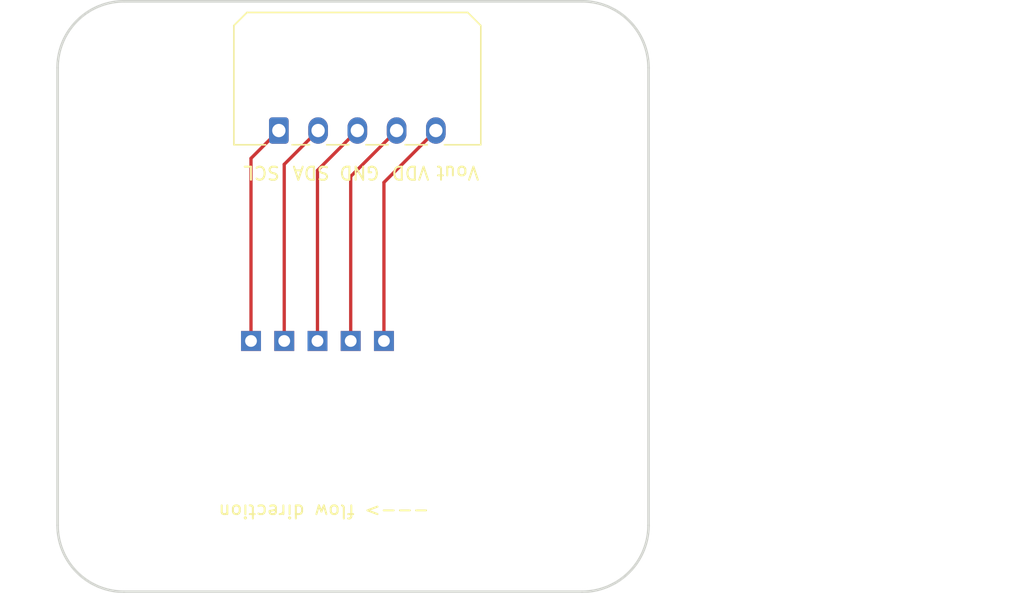
<source format=kicad_pcb>
(kicad_pcb (version 20221018) (generator pcbnew)
  (layers (0 "F.Cu" signal) (31 "B.Cu" signal) (34 "B.Paste" user) (35 "F.Paste" user) (36 "B.SilkS" user "B.Silkscreen") (37 "F.SilkS" user "F.Silkscreen") (38 "B.Mask" user) (39 "F.Mask" user) (44 "Edge.Cuts" user))
  (net 0 "")
  (footprint "PFLOW2001:PFLOW" (layer "F.Cu") (at 141.22 103.5 180)
    (fp_text reference "REF**" hide)
    (fp_text value "PFLOW" hide)
    (pad "" np_thru_hole circle (at 3.86 -10.9 180) (size 2.2 2.2) (drill 2.2) (layers "F&B.Cu" "*.Mask"))
    (pad "" np_thru_hole circle (at 17.86 -10.9 180) (size 2.2 2.2) (drill 2.2) (layers "F&B.Cu" "*.Mask"))
    (pad "1" thru_hole rect (at 7.62 -3.2 180) (size 1.524 1.524) (drill 0.9) (layers "*.Cu" "*.Mask"))
    (pad "2" thru_hole rect (at 10.16 -3.2 180) (size 1.524 1.524) (drill 0.9) (layers "*.Cu" "*.Mask"))
    (pad "3" thru_hole rect (at 12.7 -3.2 180) (size 1.524 1.524) (drill 0.9) (layers "*.Cu" "*.Mask"))
    (pad "4" thru_hole rect (at 15.24 -3.2 180) (size 1.524 1.524) (drill 0.9) (layers "*.Cu" "*.Mask"))
    (pad "5" thru_hole rect (at 17.78 -3.2 180) (size 1.524 1.524) (drill 0.9) (layers "*.Cu" "*.Mask"))
  )
  (footprint "MountingHole:MountingHole_3.2mm_M3" (layer "F.Cu") (at 113.74 120.8)
    (fp_text reference "REF**" hide)
    (fp_text value "MountingHole_3.2mm_M3")
    (pad "" np_thru_hole circle (at 0 0) (size 3.2 3.2) (drill 3.2) (layers "F&B.Cu" "*.Mask"))
  )
  (footprint "MountingHole:MountingHole_3.2mm_M3" (layer "F.Cu") (at 148.74 120.8)
    (fp_text reference "REF**" hide)
    (fp_text value "MountingHole_3.2mm_M3")
    (pad "" np_thru_hole circle (at 0 0) (size 3.2 3.2) (drill 3.2) (layers "*.Cu" "*.Mask"))
  )
  (footprint "MountingHole:MountingHole_3.2mm_M3" (layer "F.Cu") (at 113.74 85.8)
    (fp_text reference "REF**" hide)
    (fp_text value "MountingHole_3.2mm_M3")
    (pad "" np_thru_hole circle (at 0 0) (size 3.2 3.2) (drill 3.2) (layers "*.Cu" "*.Mask"))
  )
  (footprint "MountingHole:MountingHole_3.2mm_M3" (layer "F.Cu") (at 148.74 85.8)
    (fp_text reference "REF**" hide)
    (fp_text value "MountingHole_3.2mm_M3")
    (pad "" np_thru_hole circle (at 0 0) (size 3.2 3.2) (drill 3.2) (layers "F&B.Cu" "*.Mask"))
  )
  (footprint "Connector_Molex:Molex_Micro-Fit_3.0_43650-0500_1x05_P3.00mm_Horizontal" (layer "F.Cu") (at 125.568 90.604)
    (fp_text reference "REF**" hide)
    (fp_text value "Molex_Micro-Fit_3.0_43650-0500_1x05_P3.00mm_Horizontal" hide)
    (fp_line (start -3.435 -8.03) (end -2.435 -9.03) (stroke (width 0.12)) (layer "F.SilkS"))
    (fp_line (start -3.435 1.09) (end -3.435 -8.03) (stroke (width 0.12)) (layer "F.SilkS"))
    (fp_line (start -3.435 1.09) (end -1.01 1.09) (stroke (width 0.12)) (layer "F.SilkS"))
    (fp_line (start -2.435 -9.03) (end 14.435 -9.03) (stroke (width 0.12)) (layer "F.SilkS"))
    (fp_line (start 1.01 1.09) (end 2.348233 1.09) (stroke (width 0.12)) (layer "F.SilkS"))
    (fp_line (start 3.651767 1.09) (end 5.348233 1.09) (stroke (width 0.12)) (layer "F.SilkS"))
    (fp_line (start 6.651767 1.09) (end 8.348233 1.09) (stroke (width 0.12)) (layer "F.SilkS"))
    (fp_line (start 9.651767 1.09) (end 11.348233 1.09) (stroke (width 0.12)) (layer "F.SilkS"))
    (fp_line (start 14.435 -9.03) (end 15.435 -8.03) (stroke (width 0.12)) (layer "F.SilkS"))
    (fp_line (start 15.435 -8.03) (end 15.435 1.09) (stroke (width 0.12)) (layer "F.SilkS"))
    (fp_line (start 15.435 1.09) (end 12.651767 1.09) (stroke (width 0.12)) (layer "F.SilkS"))
    (pad "" np_thru_hole circle (at 2.15 -4.32) (size 3 3) (drill 3) (layers "*.Cu" "*.Mask"))
    (pad "" np_thru_hole circle (at 9.85 -4.32) (size 3 3) (drill 3) (layers "*.Cu" "*.Mask"))
    (pad "1" thru_hole roundrect (at 0 0) (size 1.5 2.02) (drill 1.02) (layers "*.Cu" "*.Mask") (roundrect_rratio 0.1666673333))
    (pad "2" thru_hole oval (at 3 0) (size 1.5 2.02) (drill 1.02) (layers "*.Cu" "*.Mask"))
    (pad "3" thru_hole oval (at 6 0) (size 1.5 2.02) (drill 1.02) (layers "*.Cu" "*.Mask"))
    (pad "4" thru_hole oval (at 9 0) (size 1.5 2.02) (drill 1.02) (layers "*.Cu" "*.Mask"))
    (pad "5" thru_hole oval (at 12 0) (size 1.5 2.02) (drill 1.02) (layers "*.Cu" "*.Mask"))
  )
  (gr_line (start 113.74 125.88) (end 148.74 125.88) (stroke (width 0.2)) (layer "Edge.Cuts"))
  (gr_line (start 153.82 120.8) (end 153.82 85.8) (stroke (width 0.2)) (layer "Edge.Cuts"))
  (gr_line (start 108.66 85.8) (end 108.66 120.8) (stroke (width 0.2)) (layer "Edge.Cuts"))
  (gr_arc (start 108.66 85.8) (mid 110.147898 82.207898) (end 113.74 80.72) (stroke (width 0.2)) (layer "Edge.Cuts"))
  (gr_line (start 148.74 80.72) (end 113.74 80.72) (stroke (width 0.2)) (layer "Edge.Cuts"))
  (gr_arc (start 113.74 125.88) (mid 110.147898 124.392102) (end 108.66 120.8) (stroke (width 0.2)) (layer "Edge.Cuts"))
  (gr_arc (start 153.82 120.8) (mid 152.332102 124.392102) (end 148.74 125.88) (stroke (width 0.2)) (layer "Edge.Cuts"))
  (gr_arc (start 148.74 80.72) (mid 152.332102 82.207898) (end 153.82 85.8) (stroke (width 0.2)) (layer "Edge.Cuts"))
  (gr_text "---> flow direction" (at 137.156 119.146 180) (layer "F.SilkS") (effects (font (size 1 1)) (justify left bottom)))
  (gr_text "Vout" (at 140.966 93.238 180) (layer "F.SilkS") (effects (font (size 1 1)) (justify left bottom)))
  (gr_text "SCL" (at 125.726 93.238 180) (layer "F.SilkS") (effects (font (size 1 1)) (justify left bottom)))
  (gr_text "VDD" (at 137.156 93.238 180) (layer "F.SilkS") (effects (font (size 1 1)) (justify left bottom)))
  (gr_text "GND" (at 133.346 93.238 180) (layer "F.SilkS") (effects (font (size 1 1)) (justify left bottom)))
  (gr_text "SDA" (at 129.536 93.238 180) (layer "F.SilkS") (effects (font (size 1 1)) (justify left bottom)))
  (segment (start 123.44 106.7) (end 123.44 92.732) (width 0.25) (layer "F.Cu") (net 0))
  (segment (start 131.06 94.112) (end 134.568 90.604) (width 0.25) (layer "F.Cu") (net 0))
  (segment (start 133.6 94.572) (end 137.568 90.604) (width 0.25) (layer "F.Cu") (net 0))
  (segment (start 128.52 93.652) (end 131.568 90.604) (width 0.25) (layer "F.Cu") (net 0))
  (segment (start 125.98 93.192) (end 128.568 90.604) (width 0.25) (layer "F.Cu") (net 0))
  (segment (start 131.06 106.7) (end 131.06 94.112) (width 0.25) (layer "F.Cu") (net 0))
  (segment (start 125.98 106.7) (end 125.98 93.192) (width 0.25) (layer "F.Cu") (net 0))
  (segment (start 133.6 106.7) (end 133.6 94.572) (width 0.25) (layer "F.Cu") (net 0))
  (segment (start 128.52 106.7) (end 128.52 93.652) (width 0.25) (layer "F.Cu") (net 0))
  (segment (start 123.44 92.732) (end 125.568 90.604) (width 0.25) (layer "F.Cu") (net 0))
)
</source>
